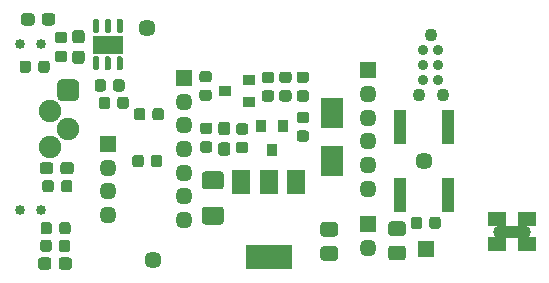
<source format=gbr>
%TF.GenerationSoftware,KiCad,Pcbnew,(5.1.6-0-10_14)*%
%TF.CreationDate,2020-10-08T00:08:50+03:00*%
%TF.ProjectId,ikea-fyrtur,696b6561-2d66-4797-9274-75722e6b6963,rev?*%
%TF.SameCoordinates,Original*%
%TF.FileFunction,Soldermask,Bot*%
%TF.FilePolarity,Negative*%
%FSLAX46Y46*%
G04 Gerber Fmt 4.6, Leading zero omitted, Abs format (unit mm)*
G04 Created by KiCad (PCBNEW (5.1.6-0-10_14)) date 2020-10-08 00:08:50*
%MOMM*%
%LPD*%
G01*
G04 APERTURE LIST*
%ADD10C,0.850000*%
%ADD11R,2.500000X1.600000*%
%ADD12O,3.200000X1.100000*%
%ADD13R,1.600000X1.200000*%
%ADD14C,1.900000*%
%ADD15C,1.452000*%
%ADD16R,1.900000X2.600000*%
%ADD17R,1.450000X1.450000*%
%ADD18O,1.450000X1.450000*%
%ADD19R,1.100000X2.850000*%
%ADD20C,0.887400*%
%ADD21C,1.090600*%
%ADD22R,1.600000X2.100000*%
%ADD23R,3.900000X2.100000*%
%ADD24R,0.900000X1.000000*%
%ADD25R,1.000000X0.900000*%
G04 APERTURE END LIST*
D10*
%TO.C,SW4*%
X90890500Y-78295500D03*
X92646500Y-78295500D03*
%TD*%
%TO.C,SW3*%
X90890500Y-92329000D03*
X92646500Y-92329000D03*
%TD*%
%TO.C,U3*%
G36*
G01*
X99423000Y-80521100D02*
X99173000Y-80521100D01*
G75*
G02*
X99048000Y-80396100I0J125000D01*
G01*
X99048000Y-79446100D01*
G75*
G02*
X99173000Y-79321100I125000J0D01*
G01*
X99423000Y-79321100D01*
G75*
G02*
X99548000Y-79446100I0J-125000D01*
G01*
X99548000Y-80396100D01*
G75*
G02*
X99423000Y-80521100I-125000J0D01*
G01*
G37*
G36*
G01*
X98423000Y-80521100D02*
X98173000Y-80521100D01*
G75*
G02*
X98048000Y-80396100I0J125000D01*
G01*
X98048000Y-79446100D01*
G75*
G02*
X98173000Y-79321100I125000J0D01*
G01*
X98423000Y-79321100D01*
G75*
G02*
X98548000Y-79446100I0J-125000D01*
G01*
X98548000Y-80396100D01*
G75*
G02*
X98423000Y-80521100I-125000J0D01*
G01*
G37*
G36*
G01*
X97423000Y-80521100D02*
X97173000Y-80521100D01*
G75*
G02*
X97048000Y-80396100I0J125000D01*
G01*
X97048000Y-79446100D01*
G75*
G02*
X97173000Y-79321100I125000J0D01*
G01*
X97423000Y-79321100D01*
G75*
G02*
X97548000Y-79446100I0J-125000D01*
G01*
X97548000Y-80396100D01*
G75*
G02*
X97423000Y-80521100I-125000J0D01*
G01*
G37*
G36*
G01*
X97423000Y-77346100D02*
X97173000Y-77346100D01*
G75*
G02*
X97048000Y-77221100I0J125000D01*
G01*
X97048000Y-76271100D01*
G75*
G02*
X97173000Y-76146100I125000J0D01*
G01*
X97423000Y-76146100D01*
G75*
G02*
X97548000Y-76271100I0J-125000D01*
G01*
X97548000Y-77221100D01*
G75*
G02*
X97423000Y-77346100I-125000J0D01*
G01*
G37*
G36*
G01*
X98423000Y-77346100D02*
X98173000Y-77346100D01*
G75*
G02*
X98048000Y-77221100I0J125000D01*
G01*
X98048000Y-76271100D01*
G75*
G02*
X98173000Y-76146100I125000J0D01*
G01*
X98423000Y-76146100D01*
G75*
G02*
X98548000Y-76271100I0J-125000D01*
G01*
X98548000Y-77221100D01*
G75*
G02*
X98423000Y-77346100I-125000J0D01*
G01*
G37*
G36*
G01*
X99423000Y-77346100D02*
X99173000Y-77346100D01*
G75*
G02*
X99048000Y-77221100I0J125000D01*
G01*
X99048000Y-76271100D01*
G75*
G02*
X99173000Y-76146100I125000J0D01*
G01*
X99423000Y-76146100D01*
G75*
G02*
X99548000Y-76271100I0J-125000D01*
G01*
X99548000Y-77221100D01*
G75*
G02*
X99423000Y-77346100I-125000J0D01*
G01*
G37*
D11*
X98298000Y-78333600D03*
%TD*%
D12*
%TO.C,J2*%
X132524500Y-94170500D03*
D13*
X133794500Y-95250000D03*
X133794500Y-93091000D03*
X131254500Y-95250000D03*
X131254500Y-93091000D03*
%TD*%
%TO.C,D1*%
G36*
G01*
X94470200Y-81244400D02*
X95420200Y-81244400D01*
G75*
G02*
X95895200Y-81719400I0J-475000D01*
G01*
X95895200Y-82669400D01*
G75*
G02*
X95420200Y-83144400I-475000J0D01*
G01*
X94470200Y-83144400D01*
G75*
G02*
X93995200Y-82669400I0J475000D01*
G01*
X93995200Y-81719400D01*
G75*
G02*
X94470200Y-81244400I475000J0D01*
G01*
G37*
D14*
X93421200Y-83972400D03*
X94945200Y-85496400D03*
X93421200Y-87020400D03*
%TD*%
D15*
%TO.C,REF\u002A\u002A*%
X102108000Y-96570800D03*
%TD*%
%TO.C,REF\u002A\u002A*%
X101600000Y-76911200D03*
%TD*%
%TO.C,REF\u002A\u002A*%
X125069600Y-88188800D03*
%TD*%
%TO.C,C1*%
G36*
G01*
X116564938Y-95396000D02*
X117521462Y-95396000D01*
G75*
G02*
X117793200Y-95667738I0J-271738D01*
G01*
X117793200Y-96374262D01*
G75*
G02*
X117521462Y-96646000I-271738J0D01*
G01*
X116564938Y-96646000D01*
G75*
G02*
X116293200Y-96374262I0J271738D01*
G01*
X116293200Y-95667738D01*
G75*
G02*
X116564938Y-95396000I271738J0D01*
G01*
G37*
G36*
G01*
X116564938Y-93346000D02*
X117521462Y-93346000D01*
G75*
G02*
X117793200Y-93617738I0J-271738D01*
G01*
X117793200Y-94324262D01*
G75*
G02*
X117521462Y-94596000I-271738J0D01*
G01*
X116564938Y-94596000D01*
G75*
G02*
X116293200Y-94324262I0J271738D01*
G01*
X116293200Y-93617738D01*
G75*
G02*
X116564938Y-93346000I271738J0D01*
G01*
G37*
%TD*%
%TO.C,R17*%
G36*
G01*
X106859650Y-81538800D02*
X106297150Y-81538800D01*
G75*
G02*
X106053400Y-81295050I0J243750D01*
G01*
X106053400Y-80807550D01*
G75*
G02*
X106297150Y-80563800I243750J0D01*
G01*
X106859650Y-80563800D01*
G75*
G02*
X107103400Y-80807550I0J-243750D01*
G01*
X107103400Y-81295050D01*
G75*
G02*
X106859650Y-81538800I-243750J0D01*
G01*
G37*
G36*
G01*
X106859650Y-83113800D02*
X106297150Y-83113800D01*
G75*
G02*
X106053400Y-82870050I0J243750D01*
G01*
X106053400Y-82382550D01*
G75*
G02*
X106297150Y-82138800I243750J0D01*
G01*
X106859650Y-82138800D01*
G75*
G02*
X107103400Y-82382550I0J-243750D01*
G01*
X107103400Y-82870050D01*
G75*
G02*
X106859650Y-83113800I-243750J0D01*
G01*
G37*
%TD*%
%TO.C,C8*%
G36*
G01*
X107890700Y-86609200D02*
X108415700Y-86609200D01*
G75*
G02*
X108678200Y-86871700I0J-262500D01*
G01*
X108678200Y-87496700D01*
G75*
G02*
X108415700Y-87759200I-262500J0D01*
G01*
X107890700Y-87759200D01*
G75*
G02*
X107628200Y-87496700I0J262500D01*
G01*
X107628200Y-86871700D01*
G75*
G02*
X107890700Y-86609200I262500J0D01*
G01*
G37*
G36*
G01*
X107890700Y-84859200D02*
X108415700Y-84859200D01*
G75*
G02*
X108678200Y-85121700I0J-262500D01*
G01*
X108678200Y-85746700D01*
G75*
G02*
X108415700Y-86009200I-262500J0D01*
G01*
X107890700Y-86009200D01*
G75*
G02*
X107628200Y-85746700I0J262500D01*
G01*
X107628200Y-85121700D01*
G75*
G02*
X107890700Y-84859200I262500J0D01*
G01*
G37*
%TD*%
%TO.C,C3*%
G36*
G01*
X106530544Y-92049100D02*
X107845456Y-92049100D01*
G75*
G02*
X108113000Y-92316644I0J-267544D01*
G01*
X108113000Y-93306556D01*
G75*
G02*
X107845456Y-93574100I-267544J0D01*
G01*
X106530544Y-93574100D01*
G75*
G02*
X106263000Y-93306556I0J267544D01*
G01*
X106263000Y-92316644D01*
G75*
G02*
X106530544Y-92049100I267544J0D01*
G01*
G37*
G36*
G01*
X106530544Y-89074100D02*
X107845456Y-89074100D01*
G75*
G02*
X108113000Y-89341644I0J-267544D01*
G01*
X108113000Y-90331556D01*
G75*
G02*
X107845456Y-90599100I-267544J0D01*
G01*
X106530544Y-90599100D01*
G75*
G02*
X106263000Y-90331556I0J267544D01*
G01*
X106263000Y-89341644D01*
G75*
G02*
X106530544Y-89074100I267544J0D01*
G01*
G37*
%TD*%
%TO.C,F1*%
G36*
G01*
X122305338Y-95345200D02*
X123261862Y-95345200D01*
G75*
G02*
X123533600Y-95616938I0J-271738D01*
G01*
X123533600Y-96323462D01*
G75*
G02*
X123261862Y-96595200I-271738J0D01*
G01*
X122305338Y-96595200D01*
G75*
G02*
X122033600Y-96323462I0J271738D01*
G01*
X122033600Y-95616938D01*
G75*
G02*
X122305338Y-95345200I271738J0D01*
G01*
G37*
G36*
G01*
X122305338Y-93295200D02*
X123261862Y-93295200D01*
G75*
G02*
X123533600Y-93566938I0J-271738D01*
G01*
X123533600Y-94273462D01*
G75*
G02*
X123261862Y-94545200I-271738J0D01*
G01*
X122305338Y-94545200D01*
G75*
G02*
X122033600Y-94273462I0J271738D01*
G01*
X122033600Y-93566938D01*
G75*
G02*
X122305338Y-93295200I271738J0D01*
G01*
G37*
%TD*%
D16*
%TO.C,D2*%
X117297200Y-84156800D03*
X117297200Y-88156800D03*
%TD*%
D17*
%TO.C,J8*%
X125222000Y-95656400D03*
%TD*%
%TO.C,C5*%
G36*
G01*
X96071300Y-78236800D02*
X95546300Y-78236800D01*
G75*
G02*
X95283800Y-77974300I0J262500D01*
G01*
X95283800Y-77349300D01*
G75*
G02*
X95546300Y-77086800I262500J0D01*
G01*
X96071300Y-77086800D01*
G75*
G02*
X96333800Y-77349300I0J-262500D01*
G01*
X96333800Y-77974300D01*
G75*
G02*
X96071300Y-78236800I-262500J0D01*
G01*
G37*
G36*
G01*
X96071300Y-79986800D02*
X95546300Y-79986800D01*
G75*
G02*
X95283800Y-79724300I0J262500D01*
G01*
X95283800Y-79099300D01*
G75*
G02*
X95546300Y-78836800I262500J0D01*
G01*
X96071300Y-78836800D01*
G75*
G02*
X96333800Y-79099300I0J-262500D01*
G01*
X96333800Y-79724300D01*
G75*
G02*
X96071300Y-79986800I-262500J0D01*
G01*
G37*
%TD*%
%TO.C,C2*%
G36*
G01*
X93680000Y-88535900D02*
X93680000Y-89060900D01*
G75*
G02*
X93417500Y-89323400I-262500J0D01*
G01*
X92792500Y-89323400D01*
G75*
G02*
X92530000Y-89060900I0J262500D01*
G01*
X92530000Y-88535900D01*
G75*
G02*
X92792500Y-88273400I262500J0D01*
G01*
X93417500Y-88273400D01*
G75*
G02*
X93680000Y-88535900I0J-262500D01*
G01*
G37*
G36*
G01*
X95430000Y-88535900D02*
X95430000Y-89060900D01*
G75*
G02*
X95167500Y-89323400I-262500J0D01*
G01*
X94542500Y-89323400D01*
G75*
G02*
X94280000Y-89060900I0J262500D01*
G01*
X94280000Y-88535900D01*
G75*
G02*
X94542500Y-88273400I262500J0D01*
G01*
X95167500Y-88273400D01*
G75*
G02*
X95430000Y-88535900I0J-262500D01*
G01*
G37*
%TD*%
%TO.C,R8*%
G36*
G01*
X101350800Y-87907550D02*
X101350800Y-88470050D01*
G75*
G02*
X101107050Y-88713800I-243750J0D01*
G01*
X100619550Y-88713800D01*
G75*
G02*
X100375800Y-88470050I0J243750D01*
G01*
X100375800Y-87907550D01*
G75*
G02*
X100619550Y-87663800I243750J0D01*
G01*
X101107050Y-87663800D01*
G75*
G02*
X101350800Y-87907550I0J-243750D01*
G01*
G37*
G36*
G01*
X102925800Y-87907550D02*
X102925800Y-88470050D01*
G75*
G02*
X102682050Y-88713800I-243750J0D01*
G01*
X102194550Y-88713800D01*
G75*
G02*
X101950800Y-88470050I0J243750D01*
G01*
X101950800Y-87907550D01*
G75*
G02*
X102194550Y-87663800I243750J0D01*
G01*
X102682050Y-87663800D01*
G75*
G02*
X102925800Y-87907550I0J-243750D01*
G01*
G37*
%TD*%
D18*
%TO.C,J6*%
X98348800Y-92766400D03*
X98348800Y-90766400D03*
X98348800Y-88766400D03*
D17*
X98348800Y-86766400D03*
%TD*%
D19*
%TO.C,SW1*%
X127069600Y-91068800D03*
X127069600Y-85308800D03*
X123069600Y-85308800D03*
X123069600Y-91068800D03*
%TD*%
%TO.C,R6*%
G36*
G01*
X98506000Y-82979950D02*
X98506000Y-83542450D01*
G75*
G02*
X98262250Y-83786200I-243750J0D01*
G01*
X97774750Y-83786200D01*
G75*
G02*
X97531000Y-83542450I0J243750D01*
G01*
X97531000Y-82979950D01*
G75*
G02*
X97774750Y-82736200I243750J0D01*
G01*
X98262250Y-82736200D01*
G75*
G02*
X98506000Y-82979950I0J-243750D01*
G01*
G37*
G36*
G01*
X100081000Y-82979950D02*
X100081000Y-83542450D01*
G75*
G02*
X99837250Y-83786200I-243750J0D01*
G01*
X99349750Y-83786200D01*
G75*
G02*
X99106000Y-83542450I0J243750D01*
G01*
X99106000Y-82979950D01*
G75*
G02*
X99349750Y-82736200I243750J0D01*
G01*
X99837250Y-82736200D01*
G75*
G02*
X100081000Y-82979950I0J-243750D01*
G01*
G37*
%TD*%
D18*
%TO.C,J5*%
X120345200Y-95522800D03*
D17*
X120345200Y-93522800D03*
%TD*%
D18*
%TO.C,J4*%
X120345200Y-90518000D03*
X120345200Y-88518000D03*
X120345200Y-86518000D03*
X120345200Y-84518000D03*
X120345200Y-82518000D03*
D17*
X120345200Y-80518000D03*
%TD*%
%TO.C,R16*%
G36*
G01*
X113053550Y-82189600D02*
X113616050Y-82189600D01*
G75*
G02*
X113859800Y-82433350I0J-243750D01*
G01*
X113859800Y-82920850D01*
G75*
G02*
X113616050Y-83164600I-243750J0D01*
G01*
X113053550Y-83164600D01*
G75*
G02*
X112809800Y-82920850I0J243750D01*
G01*
X112809800Y-82433350D01*
G75*
G02*
X113053550Y-82189600I243750J0D01*
G01*
G37*
G36*
G01*
X113053550Y-80614600D02*
X113616050Y-80614600D01*
G75*
G02*
X113859800Y-80858350I0J-243750D01*
G01*
X113859800Y-81345850D01*
G75*
G02*
X113616050Y-81589600I-243750J0D01*
G01*
X113053550Y-81589600D01*
G75*
G02*
X112809800Y-81345850I0J243750D01*
G01*
X112809800Y-80858350D01*
G75*
G02*
X113053550Y-80614600I243750J0D01*
G01*
G37*
%TD*%
%TO.C,R15*%
G36*
G01*
X115089250Y-81589600D02*
X114526750Y-81589600D01*
G75*
G02*
X114283000Y-81345850I0J243750D01*
G01*
X114283000Y-80858350D01*
G75*
G02*
X114526750Y-80614600I243750J0D01*
G01*
X115089250Y-80614600D01*
G75*
G02*
X115333000Y-80858350I0J-243750D01*
G01*
X115333000Y-81345850D01*
G75*
G02*
X115089250Y-81589600I-243750J0D01*
G01*
G37*
G36*
G01*
X115089250Y-83164600D02*
X114526750Y-83164600D01*
G75*
G02*
X114283000Y-82920850I0J243750D01*
G01*
X114283000Y-82433350D01*
G75*
G02*
X114526750Y-82189600I243750J0D01*
G01*
X115089250Y-82189600D01*
G75*
G02*
X115333000Y-82433350I0J-243750D01*
G01*
X115333000Y-82920850D01*
G75*
G02*
X115089250Y-83164600I-243750J0D01*
G01*
G37*
%TD*%
D20*
%TO.C,J3*%
X124993400Y-81330800D03*
X126263400Y-81330800D03*
X124993400Y-80060800D03*
X126263400Y-80060800D03*
X124993400Y-78790800D03*
X126263400Y-78790800D03*
D21*
X125628400Y-77520800D03*
X126644400Y-82600800D03*
X124612400Y-82600800D03*
%TD*%
%TO.C,R14*%
G36*
G01*
X115089250Y-84993200D02*
X114526750Y-84993200D01*
G75*
G02*
X114283000Y-84749450I0J243750D01*
G01*
X114283000Y-84261950D01*
G75*
G02*
X114526750Y-84018200I243750J0D01*
G01*
X115089250Y-84018200D01*
G75*
G02*
X115333000Y-84261950I0J-243750D01*
G01*
X115333000Y-84749450D01*
G75*
G02*
X115089250Y-84993200I-243750J0D01*
G01*
G37*
G36*
G01*
X115089250Y-86568200D02*
X114526750Y-86568200D01*
G75*
G02*
X114283000Y-86324450I0J243750D01*
G01*
X114283000Y-85836950D01*
G75*
G02*
X114526750Y-85593200I243750J0D01*
G01*
X115089250Y-85593200D01*
G75*
G02*
X115333000Y-85836950I0J-243750D01*
G01*
X115333000Y-86324450D01*
G75*
G02*
X115089250Y-86568200I-243750J0D01*
G01*
G37*
%TD*%
%TO.C,R13*%
G36*
G01*
X93730800Y-90041150D02*
X93730800Y-90603650D01*
G75*
G02*
X93487050Y-90847400I-243750J0D01*
G01*
X92999550Y-90847400D01*
G75*
G02*
X92755800Y-90603650I0J243750D01*
G01*
X92755800Y-90041150D01*
G75*
G02*
X92999550Y-89797400I243750J0D01*
G01*
X93487050Y-89797400D01*
G75*
G02*
X93730800Y-90041150I0J-243750D01*
G01*
G37*
G36*
G01*
X95305800Y-90041150D02*
X95305800Y-90603650D01*
G75*
G02*
X95062050Y-90847400I-243750J0D01*
G01*
X94574550Y-90847400D01*
G75*
G02*
X94330800Y-90603650I0J243750D01*
G01*
X94330800Y-90041150D01*
G75*
G02*
X94574550Y-89797400I243750J0D01*
G01*
X95062050Y-89797400D01*
G75*
G02*
X95305800Y-90041150I0J-243750D01*
G01*
G37*
%TD*%
%TO.C,R12*%
G36*
G01*
X91800400Y-79931950D02*
X91800400Y-80494450D01*
G75*
G02*
X91556650Y-80738200I-243750J0D01*
G01*
X91069150Y-80738200D01*
G75*
G02*
X90825400Y-80494450I0J243750D01*
G01*
X90825400Y-79931950D01*
G75*
G02*
X91069150Y-79688200I243750J0D01*
G01*
X91556650Y-79688200D01*
G75*
G02*
X91800400Y-79931950I0J-243750D01*
G01*
G37*
G36*
G01*
X93375400Y-79931950D02*
X93375400Y-80494450D01*
G75*
G02*
X93131650Y-80738200I-243750J0D01*
G01*
X92644150Y-80738200D01*
G75*
G02*
X92400400Y-80494450I0J243750D01*
G01*
X92400400Y-79931950D01*
G75*
G02*
X92644150Y-79688200I243750J0D01*
G01*
X93131650Y-79688200D01*
G75*
G02*
X93375400Y-79931950I0J-243750D01*
G01*
G37*
%TD*%
%TO.C,R11*%
G36*
G01*
X94178400Y-94159650D02*
X94178400Y-93597150D01*
G75*
G02*
X94422150Y-93353400I243750J0D01*
G01*
X94909650Y-93353400D01*
G75*
G02*
X95153400Y-93597150I0J-243750D01*
G01*
X95153400Y-94159650D01*
G75*
G02*
X94909650Y-94403400I-243750J0D01*
G01*
X94422150Y-94403400D01*
G75*
G02*
X94178400Y-94159650I0J243750D01*
G01*
G37*
G36*
G01*
X92603400Y-94159650D02*
X92603400Y-93597150D01*
G75*
G02*
X92847150Y-93353400I243750J0D01*
G01*
X93334650Y-93353400D01*
G75*
G02*
X93578400Y-93597150I0J-243750D01*
G01*
X93578400Y-94159650D01*
G75*
G02*
X93334650Y-94403400I-243750J0D01*
G01*
X92847150Y-94403400D01*
G75*
G02*
X92603400Y-94159650I0J243750D01*
G01*
G37*
%TD*%
%TO.C,R10*%
G36*
G01*
X94054350Y-78836800D02*
X94616850Y-78836800D01*
G75*
G02*
X94860600Y-79080550I0J-243750D01*
G01*
X94860600Y-79568050D01*
G75*
G02*
X94616850Y-79811800I-243750J0D01*
G01*
X94054350Y-79811800D01*
G75*
G02*
X93810600Y-79568050I0J243750D01*
G01*
X93810600Y-79080550D01*
G75*
G02*
X94054350Y-78836800I243750J0D01*
G01*
G37*
G36*
G01*
X94054350Y-77261800D02*
X94616850Y-77261800D01*
G75*
G02*
X94860600Y-77505550I0J-243750D01*
G01*
X94860600Y-77993050D01*
G75*
G02*
X94616850Y-78236800I-243750J0D01*
G01*
X94054350Y-78236800D01*
G75*
G02*
X93810600Y-77993050I0J243750D01*
G01*
X93810600Y-77505550D01*
G75*
G02*
X94054350Y-77261800I243750J0D01*
G01*
G37*
%TD*%
%TO.C,R9*%
G36*
G01*
X93553100Y-95095750D02*
X93553100Y-95658250D01*
G75*
G02*
X93309350Y-95902000I-243750J0D01*
G01*
X92821850Y-95902000D01*
G75*
G02*
X92578100Y-95658250I0J243750D01*
G01*
X92578100Y-95095750D01*
G75*
G02*
X92821850Y-94852000I243750J0D01*
G01*
X93309350Y-94852000D01*
G75*
G02*
X93553100Y-95095750I0J-243750D01*
G01*
G37*
G36*
G01*
X95128100Y-95095750D02*
X95128100Y-95658250D01*
G75*
G02*
X94884350Y-95902000I-243750J0D01*
G01*
X94396850Y-95902000D01*
G75*
G02*
X94153100Y-95658250I0J243750D01*
G01*
X94153100Y-95095750D01*
G75*
G02*
X94396850Y-94852000I243750J0D01*
G01*
X94884350Y-94852000D01*
G75*
G02*
X95128100Y-95095750I0J-243750D01*
G01*
G37*
%TD*%
%TO.C,R7*%
G36*
G01*
X124922000Y-93139950D02*
X124922000Y-93702450D01*
G75*
G02*
X124678250Y-93946200I-243750J0D01*
G01*
X124190750Y-93946200D01*
G75*
G02*
X123947000Y-93702450I0J243750D01*
G01*
X123947000Y-93139950D01*
G75*
G02*
X124190750Y-92896200I243750J0D01*
G01*
X124678250Y-92896200D01*
G75*
G02*
X124922000Y-93139950I0J-243750D01*
G01*
G37*
G36*
G01*
X126497000Y-93139950D02*
X126497000Y-93702450D01*
G75*
G02*
X126253250Y-93946200I-243750J0D01*
G01*
X125765750Y-93946200D01*
G75*
G02*
X125522000Y-93702450I0J243750D01*
G01*
X125522000Y-93139950D01*
G75*
G02*
X125765750Y-92896200I243750J0D01*
G01*
X126253250Y-92896200D01*
G75*
G02*
X126497000Y-93139950I0J-243750D01*
G01*
G37*
%TD*%
%TO.C,R5*%
G36*
G01*
X106910450Y-85907600D02*
X106347950Y-85907600D01*
G75*
G02*
X106104200Y-85663850I0J243750D01*
G01*
X106104200Y-85176350D01*
G75*
G02*
X106347950Y-84932600I243750J0D01*
G01*
X106910450Y-84932600D01*
G75*
G02*
X107154200Y-85176350I0J-243750D01*
G01*
X107154200Y-85663850D01*
G75*
G02*
X106910450Y-85907600I-243750J0D01*
G01*
G37*
G36*
G01*
X106910450Y-87482600D02*
X106347950Y-87482600D01*
G75*
G02*
X106104200Y-87238850I0J243750D01*
G01*
X106104200Y-86751350D01*
G75*
G02*
X106347950Y-86507600I243750J0D01*
G01*
X106910450Y-86507600D01*
G75*
G02*
X107154200Y-86751350I0J-243750D01*
G01*
X107154200Y-87238850D01*
G75*
G02*
X106910450Y-87482600I-243750J0D01*
G01*
G37*
%TD*%
%TO.C,R4*%
G36*
G01*
X98750400Y-82069250D02*
X98750400Y-81506750D01*
G75*
G02*
X98994150Y-81263000I243750J0D01*
G01*
X99481650Y-81263000D01*
G75*
G02*
X99725400Y-81506750I0J-243750D01*
G01*
X99725400Y-82069250D01*
G75*
G02*
X99481650Y-82313000I-243750J0D01*
G01*
X98994150Y-82313000D01*
G75*
G02*
X98750400Y-82069250I0J243750D01*
G01*
G37*
G36*
G01*
X97175400Y-82069250D02*
X97175400Y-81506750D01*
G75*
G02*
X97419150Y-81263000I243750J0D01*
G01*
X97906650Y-81263000D01*
G75*
G02*
X98150400Y-81506750I0J-243750D01*
G01*
X98150400Y-82069250D01*
G75*
G02*
X97906650Y-82313000I-243750J0D01*
G01*
X97419150Y-82313000D01*
G75*
G02*
X97175400Y-82069250I0J243750D01*
G01*
G37*
%TD*%
%TO.C,R3*%
G36*
G01*
X102077900Y-84507650D02*
X102077900Y-83945150D01*
G75*
G02*
X102321650Y-83701400I243750J0D01*
G01*
X102809150Y-83701400D01*
G75*
G02*
X103052900Y-83945150I0J-243750D01*
G01*
X103052900Y-84507650D01*
G75*
G02*
X102809150Y-84751400I-243750J0D01*
G01*
X102321650Y-84751400D01*
G75*
G02*
X102077900Y-84507650I0J243750D01*
G01*
G37*
G36*
G01*
X100502900Y-84507650D02*
X100502900Y-83945150D01*
G75*
G02*
X100746650Y-83701400I243750J0D01*
G01*
X101234150Y-83701400D01*
G75*
G02*
X101477900Y-83945150I0J-243750D01*
G01*
X101477900Y-84507650D01*
G75*
G02*
X101234150Y-84751400I-243750J0D01*
G01*
X100746650Y-84751400D01*
G75*
G02*
X100502900Y-84507650I0J243750D01*
G01*
G37*
%TD*%
%TO.C,R2*%
G36*
G01*
X109958450Y-85958400D02*
X109395950Y-85958400D01*
G75*
G02*
X109152200Y-85714650I0J243750D01*
G01*
X109152200Y-85227150D01*
G75*
G02*
X109395950Y-84983400I243750J0D01*
G01*
X109958450Y-84983400D01*
G75*
G02*
X110202200Y-85227150I0J-243750D01*
G01*
X110202200Y-85714650D01*
G75*
G02*
X109958450Y-85958400I-243750J0D01*
G01*
G37*
G36*
G01*
X109958450Y-87533400D02*
X109395950Y-87533400D01*
G75*
G02*
X109152200Y-87289650I0J243750D01*
G01*
X109152200Y-86802150D01*
G75*
G02*
X109395950Y-86558400I243750J0D01*
G01*
X109958450Y-86558400D01*
G75*
G02*
X110202200Y-86802150I0J-243750D01*
G01*
X110202200Y-87289650D01*
G75*
G02*
X109958450Y-87533400I-243750J0D01*
G01*
G37*
%TD*%
%TO.C,R1*%
G36*
G01*
X111580350Y-82189600D02*
X112142850Y-82189600D01*
G75*
G02*
X112386600Y-82433350I0J-243750D01*
G01*
X112386600Y-82920850D01*
G75*
G02*
X112142850Y-83164600I-243750J0D01*
G01*
X111580350Y-83164600D01*
G75*
G02*
X111336600Y-82920850I0J243750D01*
G01*
X111336600Y-82433350D01*
G75*
G02*
X111580350Y-82189600I243750J0D01*
G01*
G37*
G36*
G01*
X111580350Y-80614600D02*
X112142850Y-80614600D01*
G75*
G02*
X112386600Y-80858350I0J-243750D01*
G01*
X112386600Y-81345850D01*
G75*
G02*
X112142850Y-81589600I-243750J0D01*
G01*
X111580350Y-81589600D01*
G75*
G02*
X111336600Y-81345850I0J243750D01*
G01*
X111336600Y-80858350D01*
G75*
G02*
X111580350Y-80614600I243750J0D01*
G01*
G37*
%TD*%
%TO.C,C7*%
G36*
G01*
X93527600Y-96613100D02*
X93527600Y-97138100D01*
G75*
G02*
X93265100Y-97400600I-262500J0D01*
G01*
X92640100Y-97400600D01*
G75*
G02*
X92377600Y-97138100I0J262500D01*
G01*
X92377600Y-96613100D01*
G75*
G02*
X92640100Y-96350600I262500J0D01*
G01*
X93265100Y-96350600D01*
G75*
G02*
X93527600Y-96613100I0J-262500D01*
G01*
G37*
G36*
G01*
X95277600Y-96613100D02*
X95277600Y-97138100D01*
G75*
G02*
X95015100Y-97400600I-262500J0D01*
G01*
X94390100Y-97400600D01*
G75*
G02*
X94127600Y-97138100I0J262500D01*
G01*
X94127600Y-96613100D01*
G75*
G02*
X94390100Y-96350600I262500J0D01*
G01*
X95015100Y-96350600D01*
G75*
G02*
X95277600Y-96613100I0J-262500D01*
G01*
G37*
%TD*%
%TO.C,C6*%
G36*
G01*
X92105200Y-75937500D02*
X92105200Y-76462500D01*
G75*
G02*
X91842700Y-76725000I-262500J0D01*
G01*
X91217700Y-76725000D01*
G75*
G02*
X90955200Y-76462500I0J262500D01*
G01*
X90955200Y-75937500D01*
G75*
G02*
X91217700Y-75675000I262500J0D01*
G01*
X91842700Y-75675000D01*
G75*
G02*
X92105200Y-75937500I0J-262500D01*
G01*
G37*
G36*
G01*
X93855200Y-75937500D02*
X93855200Y-76462500D01*
G75*
G02*
X93592700Y-76725000I-262500J0D01*
G01*
X92967700Y-76725000D01*
G75*
G02*
X92705200Y-76462500I0J262500D01*
G01*
X92705200Y-75937500D01*
G75*
G02*
X92967700Y-75675000I262500J0D01*
G01*
X93592700Y-75675000D01*
G75*
G02*
X93855200Y-75937500I0J-262500D01*
G01*
G37*
%TD*%
D18*
%TO.C,J1*%
X104749600Y-93178400D03*
X104749600Y-91178400D03*
X104749600Y-89178400D03*
X104749600Y-87178400D03*
X104749600Y-85178400D03*
X104749600Y-83178400D03*
D17*
X104749600Y-81178400D03*
%TD*%
D22*
%TO.C,U1*%
X109612400Y-90004500D03*
X114212400Y-90004500D03*
X111912400Y-90004500D03*
D23*
X111912400Y-96304500D03*
%TD*%
D24*
%TO.C,Q2*%
X112217200Y-87258400D03*
X113167200Y-85258400D03*
X111267200Y-85258400D03*
%TD*%
D25*
%TO.C,Q1*%
X108220000Y-82245200D03*
X110220000Y-83195200D03*
X110220000Y-81295200D03*
%TD*%
M02*

</source>
